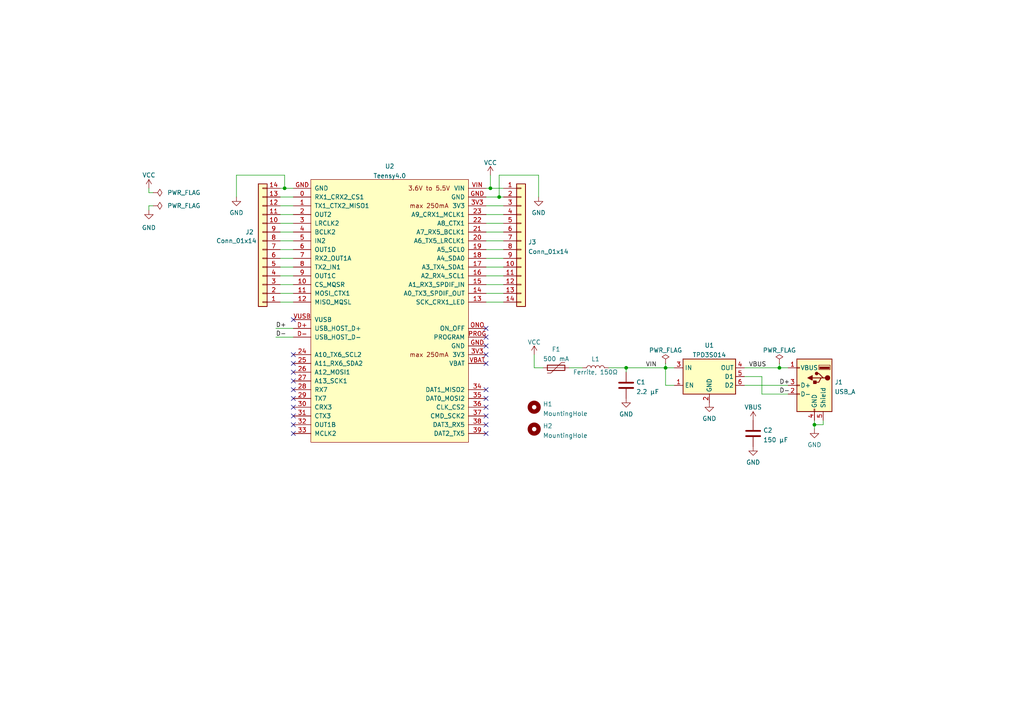
<source format=kicad_sch>
(kicad_sch (version 20211123) (generator eeschema)
  (paper "A4")
  (title_block (title "Teensy 4.0 Minimalist USB Host Board") (date "2022-01-16"))
  (lib_symbols
    (symbol "Connector:USB_A" (pin_names (offset 1.016))
      (property "Reference" "J" (at -5.08 11.43 0))
      (property "Value" "USB_A" (at -5.08 8.89 0))
      (symbol "USB_A_0_1"
        (rectangle (start -5.08 -7.62) (end 5.08 7.62) (stroke (width 0.254)) (fill (type background)))
        (circle (center -3.81 2.159) (radius 0.635) (stroke (width 0.254)) (fill (type outline)))
        (rectangle (start -1.524 4.826) (end -4.318 5.334) (fill (type outline)))
        (rectangle (start -1.27 4.572) (end -4.572 5.842))
        (circle (center -0.635 3.429) (radius 0.381) (stroke (width 0.254)) (fill (type outline)))
        (rectangle (start -0.127 -7.62) (end 0.127 -6.858))
        (polyline (pts (xy -3.175 2.159) (xy -2.54 2.159) (xy -1.27 3.429) (xy -0.635 3.429)) (stroke (width 0.254)))
        (polyline (pts (xy -2.54 2.159) (xy -1.905 2.159) (xy -1.27 0.889) (xy 0 0.889)) (stroke (width 0.254)))
        (polyline (pts (xy 0.635 2.794) (xy 0.635 1.524) (xy 1.905 2.159) (xy 0.635 2.794)) (stroke (width 0.254)) (fill (type outline)))
        (rectangle (start 0.254 1.27) (end -0.508 0.508) (stroke (width 0.254)) (fill (type outline)))
        (rectangle (start 5.08 -2.667) (end 4.318 -2.413))
        (rectangle (start 5.08 -0.127) (end 4.318 0.127))
        (rectangle (start 5.08 4.953) (end 4.318 5.207))
      )
      (symbol "USB_A_1_1"
        (polyline (pts (xy -1.905 2.159) (xy 0.635 2.159)) (stroke (width 0.254)))
        (pin power_in line (at 7.62 5.08 180) (length 2.54) (name "VBUS") (number "1"))
        (pin bidirectional line (at 7.62 -2.54 180) (length 2.54) (name "D-") (number "2"))
        (pin bidirectional line (at 7.62 0 180) (length 2.54) (name "D+") (number "3"))
        (pin power_in line (at 0 -10.16 90) (length 2.54) (name "GND") (number "4"))
        (pin passive line (at -2.54 -10.16 90) (length 2.54) (name "Shield") (number "5"))
      )
    )
    (symbol "Connector_Generic:Conn_01x14" (pin_names (offset 1.016) hide)
      (property "Reference" "J" (at 0 17.78 0))
      (property "Value" "Conn_01x14" (at 0 -20.32 0))
      (symbol "Conn_01x14_1_1"
        (rectangle (start -1.27 -17.653) (end 0 -17.907) (stroke (width 0.1524)))
        (rectangle (start -1.27 -15.113) (end 0 -15.367) (stroke (width 0.1524)))
        (rectangle (start -1.27 -12.573) (end 0 -12.827) (stroke (width 0.1524)))
        (rectangle (start -1.27 -10.033) (end 0 -10.287) (stroke (width 0.1524)))
        (rectangle (start -1.27 -7.493) (end 0 -7.747) (stroke (width 0.1524)))
        (rectangle (start -1.27 -4.953) (end 0 -5.207) (stroke (width 0.1524)))
        (rectangle (start -1.27 -2.413) (end 0 -2.667) (stroke (width 0.1524)))
        (rectangle (start -1.27 0.127) (end 0 -0.127) (stroke (width 0.1524)))
        (rectangle (start -1.27 2.667) (end 0 2.413) (stroke (width 0.1524)))
        (rectangle (start -1.27 5.207) (end 0 4.953) (stroke (width 0.1524)))
        (rectangle (start -1.27 7.747) (end 0 7.493) (stroke (width 0.1524)))
        (rectangle (start -1.27 10.287) (end 0 10.033) (stroke (width 0.1524)))
        (rectangle (start -1.27 12.827) (end 0 12.573) (stroke (width 0.1524)))
        (rectangle (start -1.27 15.367) (end 0 15.113) (stroke (width 0.1524)))
        (rectangle (start -1.27 16.51) (end 1.27 -19.05) (stroke (width 0.254)) (fill (type background)))
        (pin passive line (at -5.08 15.24 0) (length 3.81) (name "Pin_1") (number "1"))
        (pin passive line (at -5.08 -7.62 0) (length 3.81) (name "Pin_10") (number "10"))
        (pin passive line (at -5.08 -10.16 0) (length 3.81) (name "Pin_11") (number "11"))
        (pin passive line (at -5.08 -12.7 0) (length 3.81) (name "Pin_12") (number "12"))
        (pin passive line (at -5.08 -15.24 0) (length 3.81) (name "Pin_13") (number "13"))
        (pin passive line (at -5.08 -17.78 0) (length 3.81) (name "Pin_14") (number "14"))
        (pin passive line (at -5.08 12.7 0) (length 3.81) (name "Pin_2") (number "2"))
        (pin passive line (at -5.08 10.16 0) (length 3.81) (name "Pin_3") (number "3"))
        (pin passive line (at -5.08 7.62 0) (length 3.81) (name "Pin_4") (number "4"))
        (pin passive line (at -5.08 5.08 0) (length 3.81) (name "Pin_5") (number "5"))
        (pin passive line (at -5.08 2.54 0) (length 3.81) (name "Pin_6") (number "6"))
        (pin passive line (at -5.08 0 0) (length 3.81) (name "Pin_7") (number "7"))
        (pin passive line (at -5.08 -2.54 0) (length 3.81) (name "Pin_8") (number "8"))
        (pin passive line (at -5.08 -5.08 0) (length 3.81) (name "Pin_9") (number "9"))
      )
    )
    (symbol "Device:C" (pin_numbers hide) (pin_names (offset 0.254))
      (property "Reference" "C" (at 0.635 2.54 0))
      (property "Value" "C" (at 0.635 -2.54 0))
      (symbol "C_0_1"
        (polyline (pts (xy -2.032 -0.762) (xy 2.032 -0.762)) (stroke (width 0.508)))
        (polyline (pts (xy -2.032 0.762) (xy 2.032 0.762)) (stroke (width 0.508)))
      )
      (symbol "C_1_1"
        (pin passive line (at 0 3.81 270) (length 2.794) (name "~") (number "1"))
        (pin passive line (at 0 -3.81 90) (length 2.794) (name "~") (number "2"))
      )
    )
    (symbol "Device:L" (pin_numbers hide) (pin_names (offset 1.016) hide)
      (property "Reference" "L" (at -1.27 0 90))
      (property "Value" "L" (at 1.905 0 90))
      (symbol "L_0_1"
        (arc (start 0 -2.54) (mid 0.635 -1.905) (end 0 -1.27))
        (arc (start 0 -1.27) (mid 0.635 -0.635) (end 0 0))
        (arc (start 0 0) (mid 0.635 0.635) (end 0 1.27))
        (arc (start 0 1.27) (mid 0.635 1.905) (end 0 2.54))
      )
      (symbol "L_1_1"
        (pin passive line (at 0 3.81 270) (length 1.27) (name "1") (number "1"))
        (pin passive line (at 0 -3.81 90) (length 1.27) (name "2") (number "2"))
      )
    )
    (symbol "Device:Polyfuse" (pin_numbers hide) (pin_names (offset 0))
      (property "Reference" "F" (at -2.54 0 90))
      (property "Value" "Polyfuse" (at 2.54 0 90))
      (symbol "Polyfuse_0_1"
        (rectangle (start -0.762 2.54) (end 0.762 -2.54) (stroke (width 0.254)))
        (polyline (pts (xy 0 2.54) (xy 0 -2.54)))
        (polyline (pts (xy -1.524 2.54) (xy -1.524 1.524) (xy 1.524 -1.524) (xy 1.524 -2.54)))
      )
      (symbol "Polyfuse_1_1"
        (pin passive line (at 0 3.81 270) (length 1.27) (name "~") (number "1"))
        (pin passive line (at 0 -3.81 90) (length 1.27) (name "~") (number "2"))
      )
    )
    (symbol "Mechanical:MountingHole" (pin_names (offset 1.016))
      (property "Reference" "H" (at 0 5.08 0))
      (property "Value" "MountingHole" (at 0 3.175 0))
      (symbol "MountingHole_0_1"
        (circle (center 0 0) (radius 1.27) (stroke (width 1.27)))
      )
    )
    (symbol "Power_Protection:TPD3S014"
      (property "Reference" "U" (at -6.35 6.35 0))
      (property "Value" "TPD3S014" (at 2.54 6.35 0))
      (symbol "TPD3S014_0_1"
        (rectangle (start -7.62 5.08) (end 7.62 -5.08) (stroke (width 0.254)) (fill (type background)))
      )
      (symbol "TPD3S014_1_1"
        (pin input line (at -10.16 -2.54 0) (length 2.54) (name "EN") (number "1"))
        (pin power_in line (at 0 -7.62 90) (length 2.54) (name "GND") (number "2"))
        (pin power_in line (at -10.16 2.54 0) (length 2.54) (name "IN") (number "3"))
        (pin passive line (at 10.16 2.54 180) (length 2.54) (name "OUT") (number "4"))
        (pin passive line (at 10.16 0 180) (length 2.54) (name "D1") (number "5"))
        (pin passive line (at 10.16 -2.54 180) (length 2.54) (name "D2") (number "6"))
      )
    )
    (symbol "Teensy40_Min_USB_Host:Teensy4.0" (pin_names (offset 1.016))
      (property "Reference" "U" (at 22.86 -40.64 0))
      (property "Value" "Teensy4.0" (at 0 40.64 0))
      (symbol "Teensy4.0_0_0"
        (text "3.6V to 5.5V" (at 11.43 35.56 0) (effects (font (size 1.27 1.27))))
        (text "max 250mA" (at 17.145 -12.7 0) (effects (font (size 1.27 1.27)) (justify right)))
        (text "max 250mA" (at 17.145 30.48 0) (effects (font (size 1.27 1.27)) (justify right)))
        (pin bidirectional line (at -27.94 7.62 0) (length 5.08) (name "CS_MQSR") (number "10"))
        (pin bidirectional line (at -27.94 5.08 0) (length 5.08) (name "MOSI_CTX1") (number "11"))
        (pin bidirectional line (at -27.94 2.54 0) (length 5.08) (name "MISO_MQSL") (number "12"))
        (pin bidirectional line (at 27.94 2.54 180) (length 5.08) (name "SCK_CRX1_LED") (number "13"))
        (pin bidirectional line (at 27.94 5.08 180) (length 5.08) (name "A0_TX3_SPDIF_OUT") (number "14"))
        (pin bidirectional line (at 27.94 7.62 180) (length 5.08) (name "A1_RX3_SPDIF_IN") (number "15"))
        (pin bidirectional line (at 27.94 10.16 180) (length 5.08) (name "A2_RX4_SCL1") (number "16"))
        (pin bidirectional line (at 27.94 12.7 180) (length 5.08) (name "A3_TX4_SDA1") (number "17"))
        (pin bidirectional line (at 27.94 15.24 180) (length 5.08) (name "A4_SDA0") (number "18"))
        (pin bidirectional line (at 27.94 17.78 180) (length 5.08) (name "A5_SCL0") (number "19"))
        (pin bidirectional line (at 27.94 20.32 180) (length 5.08) (name "A6_TX5_LRCLK1") (number "20"))
        (pin bidirectional line (at 27.94 22.86 180) (length 5.08) (name "A7_RX5_BCLK1") (number "21"))
        (pin bidirectional line (at 27.94 25.4 180) (length 5.08) (name "A8_CTX1") (number "22"))
        (pin bidirectional line (at 27.94 27.94 180) (length 5.08) (name "A9_CRX1_MCLK1") (number "23"))
        (pin bidirectional line (at -27.94 -12.7 0) (length 5.08) (name "A10_TX6_SCL2") (number "24"))
        (pin bidirectional line (at -27.94 -15.24 0) (length 5.08) (name "A11_RX6_SDA2") (number "25"))
        (pin bidirectional line (at -27.94 -17.78 0) (length 5.08) (name "A12_MOSI1") (number "26"))
        (pin bidirectional line (at -27.94 -20.32 0) (length 5.08) (name "A13_SCK1") (number "27"))
        (pin bidirectional line (at -27.94 -22.86 0) (length 5.08) (name "RX7") (number "28"))
        (pin bidirectional line (at -27.94 -25.4 0) (length 5.08) (name "TX7") (number "29"))
        (pin bidirectional line (at -27.94 25.4 0) (length 5.08) (name "LRCLK2") (number "3"))
        (pin bidirectional line (at -27.94 -27.94 0) (length 5.08) (name "CRX3") (number "30"))
        (pin bidirectional line (at -27.94 -30.48 0) (length 5.08) (name "CTX3") (number "31"))
        (pin bidirectional line (at -27.94 -33.02 0) (length 5.08) (name "OUT1B") (number "32"))
        (pin bidirectional line (at -27.94 -35.56 0) (length 5.08) (name "MCLK2") (number "33"))
        (pin bidirectional line (at 27.94 -22.86 180) (length 5.08) (name "DAT1_MISO2") (number "34"))
        (pin bidirectional line (at 27.94 -25.4 180) (length 5.08) (name "DAT0_MOSI2") (number "35"))
        (pin bidirectional line (at 27.94 -27.94 180) (length 5.08) (name "CLK_CS2") (number "36"))
        (pin bidirectional line (at 27.94 -30.48 180) (length 5.08) (name "CMD_SCK2") (number "37"))
        (pin bidirectional line (at 27.94 -33.02 180) (length 5.08) (name "DAT3_RX5") (number "38"))
        (pin bidirectional line (at 27.94 -35.56 180) (length 5.08) (name "DAT2_TX5") (number "39"))
        (pin power_in line (at 27.94 -12.7 180) (length 5.08) (name "3V3") (number "3V3"))
        (pin power_out line (at 27.94 30.48 180) (length 5.08) (name "3V3") (number "3V3"))
        (pin bidirectional line (at -27.94 22.86 0) (length 5.08) (name "BCLK2") (number "4"))
        (pin bidirectional line (at -27.94 20.32 0) (length 5.08) (name "IN2") (number "5"))
        (pin bidirectional line (at -27.94 17.78 0) (length 5.08) (name "OUT1D") (number "6"))
        (pin bidirectional line (at -27.94 15.24 0) (length 5.08) (name "RX2_OUT1A") (number "7"))
        (pin bidirectional line (at -27.94 12.7 0) (length 5.08) (name "TX2_IN1") (number "8"))
        (pin bidirectional line (at -27.94 10.16 0) (length 5.08) (name "OUT1C") (number "9"))
        (pin bidirectional line (at -27.94 -5.08 0) (length 5.08) (name "USB_HOST_D+") (number "D+"))
        (pin bidirectional line (at -27.94 -7.62 0) (length 5.08) (name "USB_HOST_D-") (number "D-"))
        (pin power_in line (at 27.94 -10.16 180) (length 5.08) (name "GND") (number "GND"))
        (pin input line (at 27.94 -5.08 180) (length 5.08) (name "ON_OFF") (number "ONO"))
        (pin input line (at 27.94 -7.62 180) (length 5.08) (name "PROGRAM") (number "PROG"))
        (pin power_in line (at 27.94 -15.24 180) (length 5.08) (name "VBAT") (number "VBAT"))
        (pin power_in line (at 27.94 35.56 180) (length 5.08) (name "VIN") (number "VIN"))
        (pin power_out line (at -27.94 -2.54 0) (length 5.08) (name "VUSB") (number "VUSB"))
      )
      (symbol "Teensy4.0_0_1"
        (rectangle (start -22.86 38.1) (end 22.86 -38.1) (fill (type background)))
        (rectangle (start -20.32 -30.48) (end -20.32 -30.48))
      )
      (symbol "Teensy4.0_1_1"
        (pin bidirectional line (at -27.94 33.02 0) (length 5.08) (name "RX1_CRX2_CS1") (number "0"))
        (pin bidirectional line (at -27.94 30.48 0) (length 5.08) (name "TX1_CTX2_MISO1") (number "1"))
        (pin bidirectional line (at -27.94 27.94 0) (length 5.08) (name "OUT2") (number "2"))
        (pin power_in line (at -27.94 35.56 0) (length 5.08) (name "GND") (number "GND"))
        (pin power_in line (at 27.94 33.02 180) (length 5.08) (name "GND") (number "GND"))
      )
    )
    (symbol "power:GND" (power) (pin_names (offset 0))
      (property "Value" "GND" (at 0 -3.81 0))
      (symbol "GND_0_1"
        (polyline (pts (xy 0 0) (xy 0 -1.27) (xy 1.27 -1.27) (xy 0 -2.54) (xy -1.27 -1.27) (xy 0 -1.27)))
      )
      (symbol "GND_1_1"
        (pin power_in line (at 0 0 270) (length 0) hide (name "GND") (number "1"))
      )
    )
    (symbol "power:PWR_FLAG" (power) (pin_numbers hide) (pin_names (offset 0) hide)
      (property "Value" "PWR_FLAG" (at 0 3.81 0))
      (symbol "PWR_FLAG_0_0"
        (pin power_out line (at 0 0 90) (length 0) (name "pwr") (number "1"))
      )
      (symbol "PWR_FLAG_0_1"
        (polyline (pts (xy 0 0) (xy 0 1.27) (xy -1.016 1.905) (xy 0 2.54) (xy 1.016 1.905) (xy 0 1.27)))
      )
    )
    (symbol "power:VBUS" (power) (pin_names (offset 0))
      (property "Value" "VBUS" (at 0 3.81 0))
      (symbol "VBUS_0_1"
        (polyline (pts (xy -0.762 1.27) (xy 0 2.54)))
        (polyline (pts (xy 0 0) (xy 0 2.54)))
        (polyline (pts (xy 0 2.54) (xy 0.762 1.27)))
      )
      (symbol "VBUS_1_1"
        (pin power_in line (at 0 0 90) (length 0) hide (name "VBUS") (number "1"))
      )
    )
    (symbol "power:VCC" (power) (pin_names (offset 0))
      (property "Value" "VCC" (at 0 3.81 0))
      (symbol "VCC_0_1"
        (polyline (pts (xy -0.762 1.27) (xy 0 2.54)))
        (polyline (pts (xy 0 0) (xy 0 2.54)))
        (polyline (pts (xy 0 2.54) (xy 0.762 1.27)))
      )
      (symbol "VCC_1_1"
        (pin power_in line (at 0 0 90) (length 0) hide (name "VCC") (number "1"))
      )
    )
  )
  (junction (at 82.55 54.61))
  (junction (at 142.24 54.61))
  (junction (at 144.78 57.15))
  (junction (at 236.22 123.19))
  (junction (at 226.06 106.68))
  (junction (at 181.61 106.68))
  (junction (at 193.04 106.68))
  (no_connect (at 140.97 100.33))
  (no_connect (at 140.97 95.25))
  (no_connect (at 140.97 97.79))
  (no_connect (at 140.97 102.87))
  (no_connect (at 140.97 105.41))
  (no_connect (at 140.97 113.03))
  (no_connect (at 140.97 115.57))
  (no_connect (at 140.97 118.11))
  (no_connect (at 85.09 110.49))
  (no_connect (at 85.09 107.95))
  (no_connect (at 85.09 105.41))
  (no_connect (at 85.09 102.87))
  (no_connect (at 140.97 120.65))
  (no_connect (at 140.97 123.19))
  (no_connect (at 140.97 125.73))
  (no_connect (at 85.09 125.73))
  (no_connect (at 85.09 123.19))
  (no_connect (at 85.09 120.65))
  (no_connect (at 85.09 118.11))
  (no_connect (at 85.09 115.57))
  (no_connect (at 85.09 113.03))
  (no_connect (at 85.09 92.71))
  (wire (pts (xy 81.28 87.63) (xy 85.09 87.63)))
  (wire (pts (xy 215.9 106.68) (xy 226.06 106.68)))
  (wire (pts (xy 140.97 62.23) (xy 146.05 62.23)))
  (wire (pts (xy 238.76 121.92) (xy 238.76 123.19)))
  (wire (pts (xy 82.55 54.61) (xy 82.55 50.8)))
  (wire (pts (xy 220.98 109.22) (xy 220.98 114.3)))
  (wire (pts (xy 215.9 111.76) (xy 228.6 111.76)))
  (wire (pts (xy 195.58 111.76) (xy 193.04 111.76)))
  (wire (pts (xy 43.18 55.88) (xy 44.45 55.88)))
  (wire (pts (xy 81.28 64.77) (xy 85.09 64.77)))
  (wire (pts (xy 43.18 54.61) (xy 43.18 55.88)))
  (wire (pts (xy 81.28 77.47) (xy 85.09 77.47)))
  (wire (pts (xy 181.61 106.68) (xy 193.04 106.68)))
  (wire (pts (xy 140.97 59.69) (xy 146.05 59.69)))
  (wire (pts (xy 193.04 106.68) (xy 195.58 106.68)))
  (wire (pts (xy 142.24 50.8) (xy 142.24 54.61)))
  (wire (pts (xy 215.9 109.22) (xy 220.98 109.22)))
  (wire (pts (xy 43.18 59.69) (xy 44.45 59.69)))
  (wire (pts (xy 85.09 97.79) (xy 80.01 97.79)))
  (wire (pts (xy 81.28 69.85) (xy 85.09 69.85)))
  (wire (pts (xy 154.94 106.68) (xy 157.48 106.68)))
  (wire (pts (xy 236.22 123.19) (xy 236.22 124.46)))
  (wire (pts (xy 81.28 72.39) (xy 85.09 72.39)))
  (wire (pts (xy 43.18 59.69) (xy 43.18 60.96)))
  (wire (pts (xy 226.06 106.68) (xy 228.6 106.68)))
  (wire (pts (xy 144.78 50.8) (xy 144.78 57.15)))
  (wire (pts (xy 81.28 74.93) (xy 85.09 74.93)))
  (wire (pts (xy 140.97 72.39) (xy 146.05 72.39)))
  (wire (pts (xy 81.28 82.55) (xy 85.09 82.55)))
  (wire (pts (xy 226.06 105.41) (xy 226.06 106.68)))
  (wire (pts (xy 140.97 80.01) (xy 146.05 80.01)))
  (wire (pts (xy 81.28 57.15) (xy 85.09 57.15)))
  (wire (pts (xy 140.97 54.61) (xy 142.24 54.61)))
  (wire (pts (xy 154.94 102.87) (xy 154.94 106.68)))
  (wire (pts (xy 140.97 69.85) (xy 146.05 69.85)))
  (wire (pts (xy 81.28 67.31) (xy 85.09 67.31)))
  (wire (pts (xy 165.1 106.68) (xy 168.91 106.68)))
  (wire (pts (xy 144.78 57.15) (xy 146.05 57.15)))
  (wire (pts (xy 144.78 50.8) (xy 156.21 50.8)))
  (wire (pts (xy 140.97 74.93) (xy 146.05 74.93)))
  (wire (pts (xy 68.58 50.8) (xy 68.58 57.15)))
  (wire (pts (xy 236.22 123.19) (xy 238.76 123.19)))
  (wire (pts (xy 220.98 114.3) (xy 228.6 114.3)))
  (wire (pts (xy 81.28 62.23) (xy 85.09 62.23)))
  (wire (pts (xy 82.55 54.61) (xy 85.09 54.61)))
  (wire (pts (xy 140.97 57.15) (xy 144.78 57.15)))
  (wire (pts (xy 181.61 106.68) (xy 181.61 107.95)))
  (wire (pts (xy 156.21 50.8) (xy 156.21 57.15)))
  (wire (pts (xy 81.28 59.69) (xy 85.09 59.69)))
  (wire (pts (xy 140.97 64.77) (xy 146.05 64.77)))
  (wire (pts (xy 193.04 106.68) (xy 193.04 111.76)))
  (wire (pts (xy 82.55 50.8) (xy 68.58 50.8)))
  (wire (pts (xy 85.09 95.25) (xy 80.01 95.25)))
  (wire (pts (xy 81.28 54.61) (xy 82.55 54.61)))
  (wire (pts (xy 140.97 85.09) (xy 146.05 85.09)))
  (wire (pts (xy 81.28 85.09) (xy 85.09 85.09)))
  (wire (pts (xy 193.04 105.41) (xy 193.04 106.68)))
  (wire (pts (xy 81.28 80.01) (xy 85.09 80.01)))
  (wire (pts (xy 140.97 67.31) (xy 146.05 67.31)))
  (wire (pts (xy 142.24 54.61) (xy 146.05 54.61)))
  (wire (pts (xy 140.97 82.55) (xy 146.05 82.55)))
  (wire (pts (xy 236.22 121.92) (xy 236.22 123.19)))
  (wire (pts (xy 140.97 87.63) (xy 146.05 87.63)))
  (wire (pts (xy 140.97 77.47) (xy 146.05 77.47)))
  (wire (pts (xy 176.53 106.68) (xy 181.61 106.68)))
  (label "D+" (at 80.01 95.25 0))
  (label "D-" (at 80.01 97.79 0))
  (label "VBUS" (at 217.17 106.68 0))
  (label "VIN" (at 190.5 106.68 180))
  (label "D+" (at 226.06 111.76 0))
  (label "D-" (at 226.06 114.3 0))
  (symbol (lib_id "Device:C") (at 181.61 111.76 0) (unit 1)
    (property "Reference" "C1" (at 184.531 110.8515 0) (effects (justify left)))
    (property "Value" "2.2 µF" (at 184.531 113.6266 0) (effects (justify left)))
    (property "Footprint" "Capacitor_SMD:C_0805_2012Metric" (effects hide))
    (property "Datasheet" "https://product.tdk.com/en/system/files?file=dam/doc/product/capacitor/ceramic/mlcc/specification/mlccspec_commercial_general_midvoltage_en.pdf" (effects hide))
    (property "Description" "CAP CER 2.2UF 16V X7R 0805" (effects hide))
    (property "DigiKey Product Number" "445-1420-1-ND - Cut Tape" (effects hide))
    (property "Manufacturer" "TDK Corporation" (effects hide))
    (property "Manufacturer Product Number" "C2012X7R1C225K125AB" (effects hide))
  )
  (symbol (lib_id "power:GND") (at 43.18 60.96 0) (unit 1)
    (property "Reference" "#PWR0107" (effects hide))
    (property "Value" "GND" (at 43.18 66.04 0))
  )
  (symbol (lib_id "power:VBUS") (at 218.44 121.92 0) (unit 1)
    (property "Reference" "#PWR0111" (effects hide))
    (property "Value" "VBUS" (at 218.44 118.11 0))
  )
  (symbol (lib_id "Power_Protection:TPD3S014") (at 205.74 109.22 0) (unit 1)
    (property "Reference" "U1" (at 205.74 100.1735 0))
    (property "Value" "TPD3S014" (at 205.74 102.9486 0))
    (property "Footprint" "Package_TO_SOT_SMD:SOT-23-6" (effects hide))
    (property "Datasheet" "https://www.ti.com/lit/ds/symlink/tpd3s014-q1.pdf" (effects hide))
    (property "Description" "TVS DIODE SOT23-6" (effects hide))
    (property "DigiKey Product Number" "296-44163-1-ND" (effects hide))
    (property "Manufacturer" "Texas Instruments" (effects hide))
    (property "Manufacturer Product Number" "TPD3S014TDBVRQ1" (effects hide))
  )
  (symbol (lib_id "Connector_Generic:Conn_01x14") (at 76.2 72.39 180) (unit 1)
    (property "Reference" "J2" (at 72.39 67.31 0))
    (property "Value" "Conn_01x14" (at 68.58 69.85 0))
    (property "Footprint" "Teensy40_Min_USB_Host:PinHeader_1x14_P2.54mm_Vertical" (effects hide))
    (property "Datasheet" "https://media.digikey.com/PDF/Data%20Sheets/Sullins%20PDFs/xRxCzzzSxxN-RC_ST_11635-B.pdf" (effects hide))
    (property "Description" "CONN HEADER VERT 14POS 2.54MM" (effects hide))
    (property "DigiKey Product Number" "S1011EC-14-ND" (effects hide))
    (property "Manufacturer" "Sullins Connector Solutions" (effects hide))
    (property "Manufacturer Product Number" "PRPC014SAAN-RC" (effects hide))
  )
  (symbol (lib_id "power:GND") (at 205.74 116.84 0) (unit 1)
    (property "Reference" "#PWR0103" (effects hide))
    (property "Value" "GND" (at 205.74 121.4025 0))
  )
  (symbol (lib_id "Teensy40_Min_USB_Host:Teensy4.0") (at 113.03 90.17 0) (unit 1)
    (property "Reference" "U2" (at 113.03 48.2305 0))
    (property "Value" "Teensy4.0" (at 113.03 51.0056 0))
    (property "Footprint" "Teensy40_Min_USB_Host:Teensy40_USB" (effects hide))
    (property "Datasheet" "https://www.pjrc.com/store/teensy40.html" (effects hide))
    (property "Description" "Teensy 4 Microcontroller" (effects hide))
    (property "DigiKey Product Number" "1568-DEV-15583-ND" (effects hide))
  )
  (symbol (lib_id "power:PWR_FLAG") (at 44.45 55.88 270) (unit 1)
    (property "Reference" "#FLG0101" (effects hide))
    (property "Value" "PWR_FLAG" (at 53.34 55.88 90))
  )
  (symbol (lib_id "power:GND") (at 236.22 124.46 0) (unit 1)
    (property "Reference" "#PWR0110" (effects hide))
    (property "Value" "GND" (at 236.22 129.0225 0))
  )
  (symbol (lib_id "power:VCC") (at 43.18 54.61 0) (unit 1)
    (property "Reference" "#PWR0108" (effects hide))
    (property "Value" "VCC" (at 43.18 50.8 0))
  )
  (symbol (lib_id "power:GND") (at 156.21 57.15 0) (unit 1)
    (property "Reference" "#PWR0104" (effects hide))
    (property "Value" "GND" (at 156.21 61.7125 0))
  )
  (symbol (lib_id "power:VCC") (at 154.94 102.87 0) (unit 1)
    (property "Reference" "#PWR0101" (effects hide))
    (property "Value" "VCC" (at 154.94 99.2655 0))
  )
  (symbol (lib_id "Mechanical:MountingHole") (at 154.94 118.11 90) (unit 1) (in_bom no)
    (property "Reference" "H1" (at 157.48 117.2015 90) (effects (justify right)))
    (property "Value" "MountingHole" (at 157.48 119.9766 90) (effects (justify right)))
    (property "Footprint" "Teensy40_Min_USB_Host:MountingHole_3.2mm" (effects hide))
  )
  (symbol (lib_id "Device:L") (at 172.72 106.68 90) (unit 1)
    (property "Reference" "L1" (at 172.72 104.14 90))
    (property "Value" "Ferrite, 150Ω" (at 172.72 107.95 90))
    (property "Footprint" "Inductor_SMD:L_0805_2012Metric" (effects hide))
    (property "Datasheet" "https://www.bourns.com/docs/Product-Datasheets/mh.pdf" (effects hide))
    (property "Description" "FERRITE BEAD 150 OHM 0805 1LN" (effects hide))
    (property "DigiKey Product Number" "MH2029-151YCT-ND" (effects hide))
    (property "Manufacturer" "Bourns Inc." (effects hide))
    (property "Manufacturer Product Number" "MH2029-151Y" (effects hide))
  )
  (symbol (lib_id "power:PWR_FLAG") (at 226.06 105.41 0) (unit 1)
    (property "Reference" "#FLG0104" (effects hide))
    (property "Value" "PWR_FLAG" (at 226.06 101.6 0))
  )
  (symbol (lib_id "power:GND") (at 181.61 115.57 0) (unit 1)
    (property "Reference" "#PWR0102" (effects hide))
    (property "Value" "GND" (at 181.61 120.1325 0))
  )
  (symbol (lib_id "power:PWR_FLAG") (at 193.04 105.41 0) (unit 1)
    (property "Reference" "#FLG0103" (effects hide))
    (property "Value" "PWR_FLAG" (at 193.04 101.6 0))
  )
  (symbol (lib_id "power:VCC") (at 142.24 50.8 0) (unit 1)
    (property "Reference" "#PWR0105" (effects hide))
    (property "Value" "VCC" (at 142.24 47.1955 0))
  )
  (symbol (lib_id "Connector:USB_A") (at 236.22 111.76 0) (mirror y) (unit 1)
    (property "Reference" "J1" (at 242.062 110.8515 0) (effects (justify right)))
    (property "Value" "USB_A" (at 242.062 113.6266 0) (effects (justify right)))
    (property "Footprint" "Connector_USB:USB_A_Stewart_SS-52100-001_Horizontal" (effects hide))
    (property "Datasheet" "https://belfuse.com/resources/datasheets/stewartconnector/ds-stw-usb-2.0-and-3.0-connectors.pdf" (effects hide))
    (property "Description" "CONN RCPT USB2.0 TYPEA 4POS R/A" (effects hide))
    (property "DigiKey Product Number" "380-1412-ND" (effects hide))
    (property "Manufacturer" "Stewart Connector" (effects hide))
    (property "Manufacturer Product Number" "SS-52100-001" (effects hide))
  )
  (symbol (lib_id "power:GND") (at 218.44 129.54 0) (unit 1)
    (property "Reference" "#PWR0109" (effects hide))
    (property "Value" "GND" (at 218.44 134.1025 0))
  )
  (symbol (lib_id "Connector_Generic:Conn_01x14") (at 151.13 69.85 0) (unit 1)
    (property "Reference" "J3" (at 153.162 70.2115 0) (effects (justify left)))
    (property "Value" "Conn_01x14" (at 153.162 72.9866 0) (effects (justify left)))
    (property "Footprint" "Teensy40_Min_USB_Host:PinHeader_1x14_P2.54mm_Vertical" (effects hide))
    (property "Datasheet" "https://media.digikey.com/PDF/Data%20Sheets/Sullins%20PDFs/xRxCzzzSxxN-RC_ST_11635-B.pdf" (effects hide))
    (property "Description" "CONN HEADER VERT 14POS 2.54MM" (effects hide))
    (property "DigiKey Product Number" "S1011EC-14-ND" (effects hide))
    (property "Manufacturer" "Sullins Connector Solutions" (effects hide))
    (property "Manufacturer Product Number" "PRPC014SAAN-RC" (effects hide))
  )
  (symbol (lib_id "Mechanical:MountingHole") (at 154.94 124.46 0) (unit 1) (in_bom no)
    (property "Reference" "H2" (at 157.48 123.5515 0) (effects (justify left)))
    (property "Value" "MountingHole" (at 157.48 126.3266 0) (effects (justify left)))
    (property "Footprint" "Teensy40_Min_USB_Host:MountingHole_3.2mm" (effects hide))
  )
  (symbol (lib_id "Device:C") (at 218.44 125.73 0) (unit 1)
    (property "Reference" "C2" (at 221.361 124.8215 0) (effects (justify left)))
    (property "Value" "150 µF" (at 221.361 127.5966 0) (effects (justify left)))
    (property "Footprint" "Capacitor_Tantalum_SMD:CP_EIA-3216-10_Kemet-I" (effects hide))
    (property "Datasheet" "https://datasheets.kyocera-avx.com/TLN_Undertab.pdf" (effects hide))
    (property "Description" "CAP TANT 150UF 20% 6.3V 1206" (effects hide))
    (property "DigiKey Product Number" "478-6250-1-ND" (effects hide))
    (property "Manufacturer" "KYOCERA AVX" (effects hide))
    (property "Manufacturer Product Number" "TLNK157M006R2500" (effects hide))
  )
  (symbol (lib_id "power:GND") (at 68.58 57.15 0) (unit 1)
    (property "Reference" "#PWR0106" (effects hide))
    (property "Value" "GND" (at 68.58 61.7125 0))
  )
  (symbol (lib_id "Device:Polyfuse") (at 161.29 106.68 90) (unit 1)
    (property "Reference" "F1" (at 161.29 101.3165 90))
    (property "Value" "500 mA" (at 161.29 104.0916 90))
    (property "Footprint" "Fuse:Fuse_0805_2012Metric" (effects hide))
    (property "Datasheet" "https://www.eaton.com/content/dam/eaton/products/electronic-components/resources/data-sheet/eaton-pts0805-surface-mount-resettable-ptc-devices-data-sheet.pdf" (effects hide))
    (property "Description" "PTC RESET FUSE 6V 500MA 0805" (effects hide))
    (property "DigiKey Product Number" "283-PTS08056V050CT-ND" (effects hide))
    (property "Manufacturer" "Eaton - Electronics Division" (effects hide))
    (property "Manufacturer Product Number" "PTS08056V050" (effects hide))
  )
  (symbol (lib_id "power:PWR_FLAG") (at 44.45 59.69 270) (unit 1)
    (property "Reference" "#FLG0102" (effects hide))
    (property "Value" "PWR_FLAG" (at 53.34 59.69 90))
  )
)
</source>
